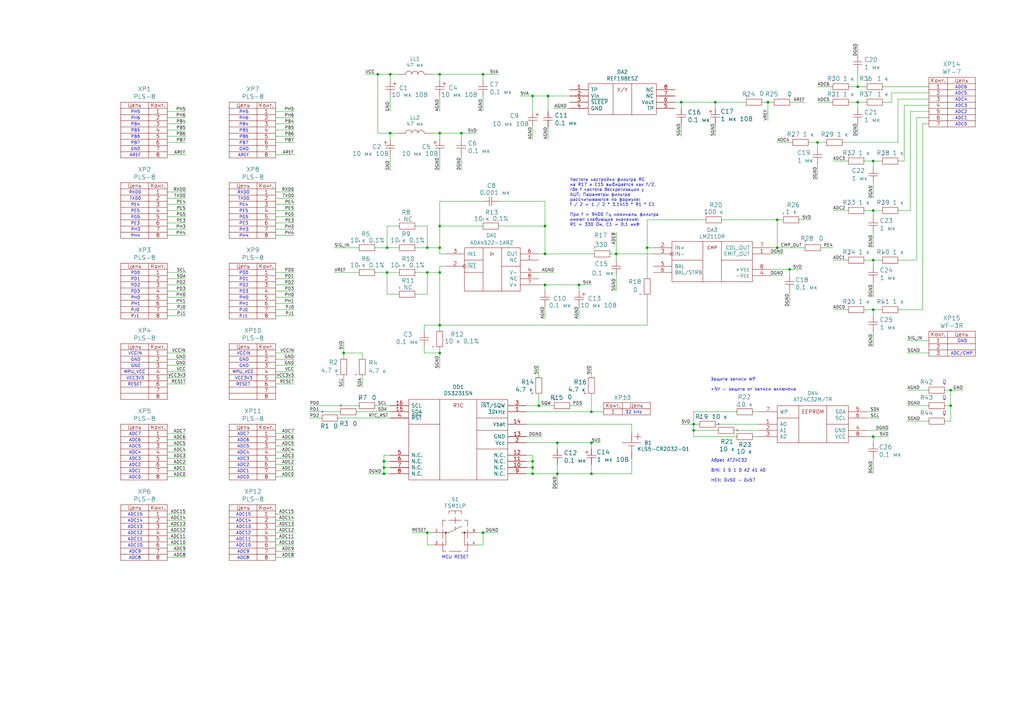
<source format=kicad_sch>
(kicad_sch (version 20250114) (generator "eeschema") (generator_version "9.0")
  (paper "A3")
  (text "ADC4" (at 97.282 186.436 0) (effects (font (size 1.27 1.27)) (justify left bottom)))
  (text "ADC3" (at 396.748 44.196 0) (effects (font (size 1.27 1.27)) (justify right bottom)))
  (text "RXD0" (at 97.282 79.756 0) (effects (font (size 1.27 1.27)) (justify left bottom)))
  (text "ADC11" (at 96.774 221.996 0) (effects (font (size 1.27 1.27)) (justify left bottom)))
  (text "ADC4" (at 396.748 41.656 0) (effects (font (size 1.27 1.27)) (justify right bottom)))
  (text "VCCIN" (at 52.578 145.796 0) (effects (font (size 1.27 1.27)) (justify left bottom)))
  (text "TXD0" (at 97.536 82.296 0) (effects (font (size 1.27 1.27)) (justify left bottom)))
  (text "ADC5" (at 396.748 39.116 0) (effects (font (size 1.27 1.27)) (justify right bottom)))
  (text "PE3" (at 53.594 92.456 0) (effects (font (size 1.27 1.27)) (justify left bottom)))
  (text "MPU_VCC" (at 50.8 153.416 0) (effects (font (size 1.27 1.27)) (justify left bottom)))
  (text "ADC7" (at 97.282 178.816 0) (effects (font (size 1.27 1.27)) (justify left bottom)))
  (text "ADC14" (at 96.774 214.376 0) (effects (font (size 1.27 1.27)) (justify left bottom)))
  (text "PB7" (at 53.594 59.436 0) (effects (font (size 1.27 1.27)) (justify left bottom)))
  (text "PH0" (at 53.594 122.936 0) (effects (font (size 1.27 1.27)) (justify left bottom)))
  (text "GND" (at 53.594 61.976 0) (effects (font (size 1.27 1.27)) (justify left bottom)))
  (text "ADC8" (at 97.282 229.616 0) (effects (font (size 1.27 1.27)) (justify left bottom)))
  (text "ADC/CMP" (at 399.034 145.796 0) (effects (font (size 1.27 1.27)) (justify right bottom)))
  (text "GND" (at 98.044 148.336 0) (effects (font (size 1.27 1.27)) (justify left bottom)))
  (text "PD1" (at 53.594 115.316 0) (effects (font (size 1.27 1.27)) (justify left bottom)))
  (text "PE4" (at 98.044 84.836 0) (effects (font (size 1.27 1.27)) (justify left bottom)))
  (text "GND" (at 53.594 150.876 0) (effects (font (size 1.27 1.27)) (justify left bottom)))
  (text "ADC11" (at 52.324 221.996 0) (effects (font (size 1.27 1.27)) (justify left bottom)))
  (text "PG5" (at 98.044 89.916 0) (effects (font (size 1.27 1.27)) (justify left bottom)))
  (text "ADC0" (at 97.282 196.596 0) (effects (font (size 1.27 1.27)) (justify left bottom)))
  (text "ADC6" (at 396.748 36.576 0) (effects (font (size 1.27 1.27)) (justify right bottom)))
  (text "ADC9" (at 52.832 227.076 0) (effects (font (size 1.27 1.27)) (justify left bottom)))
  (text "PD3" (at 53.594 120.396 0) (effects (font (size 1.27 1.27)) (justify left bottom)))
  (text "PB5" (at 98.044 54.356 0) (effects (font (size 1.27 1.27)) (justify left bottom)))
  (text "VCCIN" (at 97.028 145.796 0) (effects (font (size 1.27 1.27)) (justify left bottom)))
  (text "ADC15" (at 96.774 211.836 0) (effects (font (size 1.27 1.27)) (justify left bottom)))
  (text "ADC13" (at 52.324 216.916 0) (effects (font (size 1.27 1.27)) (justify left bottom)))
  (text "GND" (at 53.594 148.336 0) (effects (font (size 1.27 1.27)) (justify left bottom)))
  (text "ADC10" (at 52.324 224.536 0) (effects (font (size 1.27 1.27)) (justify left bottom)))
  (text "PH5" (at 53.594 46.736 0) (effects (font (size 1.27 1.27)) (justify left bottom)))
  (text "PB6" (at 53.594 56.896 0) (effects (font (size 1.27 1.27)) (justify left bottom)))
  (text "PD1" (at 98.044 115.316 0) (effects (font (size 1.27 1.27)) (justify left bottom)))
  (text "ADC6" (at 52.832 181.356 0) (effects (font (size 1.27 1.27)) (justify left bottom)))
  (text "PH4" (at 98.044 97.536 0) (effects (font (size 1.27 1.27)) (justify left bottom)))
  (text "PH6" (at 53.594 49.276 0) (effects (font (size 1.27 1.27)) (justify left bottom)))
  (text "PD2" (at 98.044 117.856 0) (effects (font (size 1.27 1.27)) (justify left bottom)))
  (text "ADC3" (at 97.282 188.976 0) (effects (font (size 1.27 1.27)) (justify left bottom)))
  (text "PB4" (at 53.594 51.816 0) (effects (font (size 1.27 1.27)) (justify left bottom)))
  (text "PH3" (at 98.044 94.996 0) (effects (font (size 1.27 1.27)) (justify left bottom)))
  (text "PH4" (at 53.594 97.536 0) (effects (font (size 1.27 1.27)) (justify left bottom)))
  (text "ADC6" (at 97.282 181.356 0) (effects (font (size 1.27 1.27)) (justify left bottom)))
  (text "ADC12" (at 96.774 219.456 0) (effects (font (size 1.27 1.27)) (justify left bottom)))
  (text "ADC10" (at 96.774 224.536 0) (effects (font (size 1.27 1.27)) (justify left bottom)))
  (text "ADC3" (at 52.832 188.976 0) (effects (font (size 1.27 1.27)) (justify left bottom)))
  (text "PH3" (at 53.594 94.996 0) (effects (font (size 1.27 1.27)) (justify left bottom)))
  (text "Адрес AT24C32\n\nBIN: 1 0 1 0 A2 A1 A0\n\nHEX: 0x50 - 0x57\n" (at 291.592 193.04 0) (effects (font (size 1.27 1.27)) (justify left)))
  (text "PJ1" (at 53.594 130.556 0) (effects (font (size 1.27 1.27)) (justify left bottom)))
  (text "ADC4" (at 52.832 186.436 0) (effects (font (size 1.27 1.27)) (justify left bottom)))
  (text "ADC0" (at 396.748 51.816 0) (effects (font (size 1.27 1.27)) (justify right bottom)))
  (text "PB4" (at 98.044 51.816 0) (effects (font (size 1.27 1.27)) (justify left bottom)))
  (text "32 kHz" (at 263.398 169.926 0) (effects (font (size 1.27 1.27)) (justify right bottom)))
  (text "ADC1" (at 396.748 49.276 0) (effects (font (size 1.27 1.27)) (justify right bottom)))
  (text "GND" (at 396.748 140.716 0) (effects (font (size 1.27 1.27)) (justify right bottom)))
  (text "ADC5" (at 97.282 183.896 0) (effects (font (size 1.27 1.27)) (justify left bottom)))
  (text "TXD0" (at 53.086 82.296 0) (effects (font (size 1.27 1.27)) (justify left bottom)))
  (text "GND" (at 98.044 61.976 0) (effects (font (size 1.27 1.27)) (justify left bottom)))
  (text "PD0" (at 53.594 112.776 0) (effects (font (size 1.27 1.27)) (justify left bottom)))
  (text "PD0" (at 98.044 112.776 0) (effects (font (size 1.27 1.27)) (justify left bottom)))
  (text "ADC1" (at 52.832 194.056 0) (effects (font (size 1.27 1.27)) (justify left bottom)))
  (text "PE5" (at 53.594 87.376 0) (effects (font (size 1.27 1.27)) (justify left bottom)))
  (text "ADC13" (at 96.774 216.916 0) (effects (font (size 1.27 1.27)) (justify left bottom)))
  (text "ADC5" (at 52.832 183.896 0) (effects (font (size 1.27 1.27)) (justify left bottom)))
  (text "Защита записи WP\n\n+5V - защита от записи включена\n\n" (at 291.338 158.75 0) (effects (font (size 1.27 1.27)) (justify left)))
  (text "ADC1" (at 97.282 194.056 0) (effects (font (size 1.27 1.27)) (justify left bottom)))
  (text "ADC8" (at 52.832 229.616 0) (effects (font (size 1.27 1.27)) (justify left bottom)))
  (text "PE3" (at 98.044 92.456 0) (effects (font (size 1.27 1.27)) (justify left bottom)))
  (text "MPU_VCC" (at 95.25 153.416 0) (effects (font (size 1.27 1.27)) (justify left bottom)))
  (text "PJ0" (at 98.044 128.016 0) (effects (font (size 1.27 1.27)) (justify left bottom)))
  (text "ADC12" (at 52.324 219.456 0) (effects (font (size 1.27 1.27)) (justify left bottom)))
  (text "ADC2" (at 52.832 191.516 0) (effects (font (size 1.27 1.27)) (justify left bottom)))
  (text "ADC2" (at 396.748 46.736 0) (effects (font (size 1.27 1.27)) (justify right bottom)))
  (text "PH6" (at 98.044 49.276 0) (effects (font (size 1.27 1.27)) (justify left bottom)))
  (text "PB6" (at 98.044 56.896 0) (effects (font (size 1.27 1.27)) (justify left bottom)))
  (text "PB5" (at 53.594 54.356 0) (effects (font (size 1.27 1.27)) (justify left bottom)))
  (text "ADC2" (at 97.282 191.516 0) (effects (font (size 1.27 1.27)) (justify left bottom)))
  (text "PE5" (at 98.044 87.376 0) (effects (font (size 1.27 1.27)) (justify left bottom)))
  (text "ADC14" (at 52.324 214.376 0) (effects (font (size 1.27 1.27)) (justify left bottom)))
  (text "PH1" (at 98.044 125.476 0) (effects (font (size 1.27 1.27)) (justify left bottom)))
  (text "RXD0" (at 52.832 79.756 0) (effects (font (size 1.27 1.27)) (justify left bottom)))
  (text "MCU RESET" (at 186.69 228.6 0) (effects (font (size 1.27 1.27))))
  (text "PJ1" (at 98.044 130.556 0) (effects (font (size 1.27 1.27)) (justify left bottom)))
  (text "ADC15" (at 52.324 211.836 0) (effects (font (size 1.27 1.27)) (justify left bottom)))
  (text "RESET" (at 52.324 158.496 0) (effects (font (size 1.27 1.27)) (justify left bottom)))
  (text "GND" (at 98.044 150.876 0) (effects (font (size 1.27 1.27)) (justify left bottom)))
  (text "AREF" (at 53.086 64.516 0) (effects (font (size 1.27 1.27)) (justify left bottom)))
  (text "ADC0" (at 52.832 196.596 0) (effects (font (size 1.27 1.27)) (justify left bottom)))
  (text "RESET" (at 96.774 158.496 0) (effects (font (size 1.27 1.27)) (justify left bottom)))
  (text "PE4" (at 53.594 84.836 0) (effects (font (size 1.27 1.27)) (justify left bottom)))
  (text "PH1" (at 53.594 125.476 0) (effects (font (size 1.27 1.27)) (justify left bottom)))
  (text "ADC9" (at 97.282 227.076 0) (effects (font (size 1.27 1.27)) (justify left bottom)))
  (text "ADC7" (at 52.832 178.816 0) (effects (font (size 1.27 1.27)) (justify left bottom)))
  (text "PJ0" (at 53.594 128.016 0) (effects (font (size 1.27 1.27)) (justify left bottom)))
  (text "Частота настройки фильтра RC\nна R17 и С15 выбирается как f/2,\nгде f частота дескретизации у\nАЦП. Параметры фильтра\nрассчитываются по формуле:\nf / 2 = 1 / 2 * 3.1415 * R1 * C1\n\nПри f = 9400 Гц номиналы фильтра\nимеют следующие значения:\nR1 = 330 Ом, С1 = 0.1 мкФ \n\n\n" (at 233.68 85.09 0) (effects (font (size 1.27 1.27)) (justify left)))
  (text "PD2" (at 53.594 117.856 0) (effects (font (size 1.27 1.27)) (justify left bottom)))
  (text "PB7" (at 98.044 59.436 0) (effects (font (size 1.27 1.27)) (justify left bottom)))
  (text "PH5" (at 98.044 46.736 0) (effects (font (size 1.27 1.27)) (justify left bottom)))
  (text "AREF" (at 97.536 64.516 0) (effects (font (size 1.27 1.27)) (justify left bottom)))
  (text "VCC3V3" (at 96.266 155.956 0) (effects (font (size 1.27 1.27)) (justify left bottom)))
  (text "PG5" (at 53.594 89.916 0) (effects (font (size 1.27 1.27)) (justify left bottom)))
  (text "PD3" (at 98.044 120.396 0) (effects (font (size 1.27 1.27)) (justify left bottom)))
  (text "VCC3V3" (at 51.816 155.956 0) (effects (font (size 1.27 1.27)) (justify left bottom)))
  (text "PH0" (at 98.044 122.936 0) (effects (font (size 1.27 1.27)) (justify left bottom)))
  (junction (at 157.48 191.77))
  (junction (at 284.48 173.99))
  (junction (at 237.49 116.84))
  (junction (at 157.48 189.23))
  (junction (at 175.26 101.6))
  (junction (at 389.89 166.37))
  (junction (at 180.34 92.71))
  (junction (at 284.48 176.53))
  (junction (at 228.6 181.61))
  (junction (at 358.14 127))
  (junction (at 158.75 101.6))
  (junction (at 189.23 54.61))
  (junction (at 140.97 144.78))
  (junction (at 160.02 54.61))
  (junction (at 175.26 218.44))
  (junction (at 223.52 104.14))
  (junction (at 175.26 111.76))
  (junction (at 293.37 41.91))
  (junction (at 358.14 106.68))
  (junction (at 242.57 181.61))
  (junction (at 335.28 58.42))
  (junction (at 160.02 30.48))
  (junction (at 358.14 86.36))
  (junction (at 323.85 110.49))
  (junction (at 252.73 104.14))
  (junction (at 154.94 30.48))
  (junction (at 358.14 179.07))
  (junction (at 180.34 101.6))
  (junction (at 314.96 41.91))
  (junction (at 318.77 101.6))
  (junction (at 351.79 35.56))
  (junction (at 180.34 144.78))
  (junction (at 242.57 194.31))
  (junction (at 218.44 191.77))
  (junction (at 180.34 30.48))
  (junction (at 180.34 133.35))
  (junction (at 180.34 54.61))
  (junction (at 265.43 101.6))
  (junction (at 220.98 166.37))
  (junction (at 218.44 194.31))
  (junction (at 389.89 160.02))
  (junction (at 242.57 168.91))
  (junction (at 198.12 30.48))
  (junction (at 351.79 41.91))
  (junction (at 218.44 39.37))
  (junction (at 223.52 92.71))
  (junction (at 157.48 194.31))
  (junction (at 318.77 90.17))
  (junction (at 218.44 189.23))
  (junction (at 228.6 194.31))
  (junction (at 224.79 39.37))
  (junction (at 223.52 116.84))
  (junction (at 180.34 111.76))
  (junction (at 279.4 41.91))
  (junction (at 358.14 66.04))
  (junction (at 198.12 218.44))
  (junction (at 158.75 111.76))
  (wire (pts (xy 180.34 133.35) (xy 173.99 133.35)))
  (wire (pts (xy 218.44 186.69) (xy 218.44 189.23)))
  (wire (pts (xy 113.03 45.72) (xy 120.65 45.72)))
  (wire (pts (xy 68.58 116.84) (xy 76.2 116.84)))
  (wire (pts (xy 279.4 41.91) (xy 279.4 44.45)))
  (wire (pts (xy 177.8 223.52) (xy 175.26 223.52)))
  (wire (pts (xy 228.6 181.61) (xy 228.6 184.15)))
  (wire (pts (xy 127 166.37) (xy 147.32 166.37)))
  (wire (pts (xy 259.08 173.99) (xy 259.08 177.8)))
  (wire (pts (xy 228.6 190.5) (xy 228.6 194.31)))
  (wire (pts (xy 160.02 54.61) (xy 162.56 54.61)))
  (wire (pts (xy 113.03 185.42) (xy 120.65 185.42)))
  (wire (pts (xy 355.6 168.91) (xy 360.68 168.91)))
  (wire (pts (xy 113.03 149.86) (xy 120.65 149.86)))
  (wire (pts (xy 218.44 39.37) (xy 213.36 39.37)))
  (wire (pts (xy 358.14 187.96) (xy 358.14 194.31)))
  (wire (pts (xy 316.23 113.03) (xy 321.31 113.03)))
  (wire (pts (xy 140.97 144.78) (xy 140.97 147.32)))
  (wire (pts (xy 198.12 223.52) (xy 198.12 218.44)))
  (wire (pts (xy 113.03 88.9) (xy 120.65 88.9)))
  (wire (pts (xy 113.03 193.04) (xy 120.65 193.04)))
  (wire (pts (xy 180.34 101.6) (xy 180.34 104.14)))
  (wire (pts (xy 68.58 78.74) (xy 76.2 78.74)))
  (wire (pts (xy 175.26 120.65) (xy 175.26 111.76)))
  (wire (pts (xy 355.6 171.45) (xy 360.68 171.45)))
  (wire (pts (xy 180.34 63.5) (xy 180.34 69.85)))
  (wire (pts (xy 113.03 55.88) (xy 120.65 55.88)))
  (wire (pts (xy 279.4 173.99) (xy 284.48 173.99)))
  (wire (pts (xy 220.98 116.84) (xy 223.52 116.84)))
  (wire (pts (xy 140.97 144.78) (xy 148.59 144.78)))
  (wire (pts (xy 381 40.64) (xy 368.3 40.64)))
  (wire (pts (xy 177.8 218.44) (xy 175.26 218.44)))
  (wire (pts (xy 389.89 160.02) (xy 394.97 160.02)))
  (wire (pts (xy 68.58 147.32) (xy 76.2 147.32)))
  (wire (pts (xy 372.11 166.37) (xy 381 166.37)))
  (wire (pts (xy 146.05 168.91) (xy 160.02 168.91)))
  (wire (pts (xy 113.03 63.5) (xy 120.65 63.5)))
  (wire (pts (xy 68.58 96.52) (xy 76.2 96.52)))
  (wire (pts (xy 218.44 191.77) (xy 218.44 194.31)))
  (wire (pts (xy 358.14 86.36) (xy 361.95 86.36)))
  (wire (pts (xy 242.57 194.31) (xy 228.6 194.31)))
  (wire (pts (xy 180.34 111.76) (xy 180.34 109.22)))
  (wire (pts (xy 182.88 109.22) (xy 180.34 109.22)))
  (wire (pts (xy 198.12 39.37) (xy 198.12 45.72)))
  (wire (pts (xy 284.48 173.99) (xy 284.48 176.53)))
  (wire (pts (xy 158.75 111.76) (xy 163.83 111.76)))
  (wire (pts (xy 316.23 101.6) (xy 318.77 101.6)))
  (wire (pts (xy 127 168.91) (xy 139.7 168.91)))
  (wire (pts (xy 368.3 40.64) (xy 368.3 58.42)))
  (wire (pts (xy 137.16 101.6) (xy 147.32 101.6)))
  (wire (pts (xy 370.84 43.18) (xy 381 43.18)))
  (wire (pts (xy 189.23 63.5) (xy 189.23 69.85)))
  (wire (pts (xy 351.79 17.78) (xy 351.79 22.86)))
  (wire (pts (xy 375.92 106.68) (xy 375.92 48.26)))
  (wire (pts (xy 228.6 194.31) (xy 228.6 200.66)))
  (wire (pts (xy 68.58 149.86) (xy 76.2 149.86)))
  (wire (pts (xy 354.33 66.04) (xy 358.14 66.04)))
  (wire (pts (xy 347.98 41.91) (xy 351.79 41.91)))
  (wire (pts (xy 228.6 181.61) (xy 242.57 181.61)))
  (wire (pts (xy 355.6 179.07) (xy 358.14 179.07)))
  (wire (pts (xy 361.95 35.56) (xy 381 35.56)))
  (wire (pts (xy 157.48 189.23) (xy 160.02 189.23)))
  (wire (pts (xy 113.03 152.4) (xy 120.65 152.4)))
  (wire (pts (xy 242.57 168.91) (xy 242.57 161.29)))
  (wire (pts (xy 358.14 74.93) (xy 358.14 81.28)))
  (wire (pts (xy 300.99 176.53) (xy 311.15 176.53)))
  (wire (pts (xy 198.12 30.48) (xy 204.47 30.48)))
  (wire (pts (xy 113.03 190.5) (xy 120.65 190.5)))
  (wire (pts (xy 68.58 50.8) (xy 76.2 50.8)))
  (wire (pts (xy 341.63 86.36) (xy 347.98 86.36)))
  (wire (pts (xy 68.58 144.78) (xy 76.2 144.78)))
  (wire (pts (xy 68.58 177.8) (xy 76.2 177.8)))
  (wire (pts (xy 180.34 54.61) (xy 180.34 57.15)))
  (wire (pts (xy 318.77 101.6) (xy 318.77 90.17)))
  (wire (pts (xy 223.52 104.14) (xy 243.84 104.14)))
  (wire (pts (xy 365.76 38.1) (xy 365.76 41.91)))
  (wire (pts (xy 113.03 50.8) (xy 120.65 50.8)))
  (wire (pts (xy 113.03 96.52) (xy 120.65 96.52)))
  (wire (pts (xy 358.14 66.04) (xy 361.95 66.04)))
  (wire (pts (xy 113.03 127) (xy 120.65 127)))
  (wire (pts (xy 175.26 92.71) (xy 175.26 101.6)))
  (wire (pts (xy 314.96 41.91) (xy 314.96 49.53)))
  (wire (pts (xy 170.18 92.71) (xy 175.26 92.71)))
  (wire (pts (xy 358.14 115.57) (xy 358.14 121.92)))
  (wire (pts (xy 242.57 190.5) (xy 242.57 194.31)))
  (wire (pts (xy 68.58 213.36) (xy 76.2 213.36)))
  (wire (pts (xy 365.76 38.1) (xy 381 38.1)))
  (wire (pts (xy 113.03 111.76) (xy 120.65 111.76)))
  (wire (pts (xy 180.34 104.14) (xy 182.88 104.14)))
  (wire (pts (xy 180.34 54.61) (xy 189.23 54.61)))
  (wire (pts (xy 318.77 101.6) (xy 330.2 101.6)))
  (wire (pts (xy 113.03 180.34) (xy 120.65 180.34)))
  (wire (pts (xy 68.58 193.04) (xy 76.2 193.04)))
  (wire (pts (xy 138.43 171.45) (xy 160.02 171.45)))
  (wire (pts (xy 215.9 179.07) (xy 222.25 179.07)))
  (wire (pts (xy 68.58 228.6) (xy 76.2 228.6)))
  (wire (pts (xy 336.55 101.6) (xy 341.63 101.6)))
  (wire (pts (xy 351.79 41.91) (xy 355.6 41.91)))
  (wire (pts (xy 140.97 153.67) (xy 140.97 158.75)))
  (wire (pts (xy 189.23 54.61) (xy 189.23 57.15)))
  (wire (pts (xy 157.48 189.23) (xy 157.48 191.77)))
  (wire (pts (xy 308.61 179.07) (xy 311.15 179.07)))
  (wire (pts (xy 215.9 189.23) (xy 218.44 189.23)))
  (wire (pts (xy 279.4 50.8) (xy 279.4 55.88)))
  (wire (pts (xy 157.48 191.77) (xy 160.02 191.77)))
  (wire (pts (xy 387.35 160.02) (xy 389.89 160.02)))
  (wire (pts (xy 358.14 95.25) (xy 358.14 101.6)))
  (wire (pts (xy 314.96 41.91) (xy 317.5 41.91)))
  (wire (pts (xy 358.14 106.68) (xy 358.14 109.22)))
  (wire (pts (xy 175.26 218.44) (xy 168.91 218.44)))
  (wire (pts (xy 170.18 120.65) (xy 175.26 120.65)))
  (wire (pts (xy 113.03 116.84) (xy 120.65 116.84)))
  (wire (pts (xy 252.73 95.25) (xy 252.73 104.14)))
  (wire (pts (xy 68.58 210.82) (xy 76.2 210.82)))
  (wire (pts (xy 354.33 127) (xy 358.14 127)))
  (wire (pts (xy 223.52 82.55) (xy 223.52 92.71)))
  (wire (pts (xy 279.4 41.91) (xy 293.37 41.91)))
  (wire (pts (xy 175.26 111.76) (xy 180.34 111.76)))
  (wire (pts (xy 242.57 116.84) (xy 237.49 116.84)))
  (wire (pts (xy 242.57 194.31) (xy 259.08 194.31)))
  (wire (pts (xy 68.58 127) (xy 76.2 127)))
  (wire (pts (xy 113.03 182.88) (xy 120.65 182.88)))
  (wire (pts (xy 323.85 41.91) (xy 330.2 41.91)))
  (wire (pts (xy 218.44 194.31) (xy 228.6 194.31)))
  (wire (pts (xy 180.34 144.78) (xy 180.34 151.13)))
  (wire (pts (xy 113.03 195.58) (xy 120.65 195.58)))
  (wire (pts (xy 368.3 86.36) (xy 373.38 86.36)))
  (wire (pts (xy 316.23 110.49) (xy 323.85 110.49)))
  (wire (pts (xy 252.73 113.03) (xy 252.73 119.38)))
  (wire (pts (xy 68.58 58.42) (xy 76.2 58.42)))
  (wire (pts (xy 389.89 166.37) (xy 389.89 160.02)))
  (wire (pts (xy 372.11 160.02) (xy 381 160.02)))
  (wire (pts (xy 293.37 50.8) (xy 293.37 55.88)))
  (wire (pts (xy 223.52 116.84) (xy 237.49 116.84)))
  (wire (pts (xy 265.43 101.6) (xy 267.97 101.6)))
  (wire (pts (xy 180.34 30.48) (xy 177.8 30.48)))
  (wire (pts (xy 68.58 180.34) (xy 76.2 180.34)))
  (wire (pts (xy 284.48 168.91) (xy 284.48 173.99)))
  (wire (pts (xy 160.02 30.48) (xy 160.02 33.02)))
  (wire (pts (xy 180.34 133.35) (xy 265.43 133.35)))
  (wire (pts (xy 345.44 58.42) (xy 368.3 58.42)))
  (wire (pts (xy 68.58 55.88) (xy 76.2 55.88)))
  (wire (pts (xy 149.86 30.48) (xy 154.94 30.48)))
  (wire (pts (xy 293.37 173.99) (xy 311.15 173.99)))
  (wire (pts (xy 204.47 82.55) (xy 223.52 82.55)))
  (wire (pts (xy 68.58 218.44) (xy 76.2 218.44)))
  (wire (pts (xy 224.79 52.07) (xy 224.79 57.15)))
  (wire (pts (xy 68.58 195.58) (xy 76.2 195.58)))
  (wire (pts (xy 358.14 127) (xy 361.95 127)))
  (wire (pts (xy 237.49 125.73) (xy 237.49 130.81)))
  (wire (pts (xy 335.28 41.91) (xy 341.63 41.91)))
  (wire (pts (xy 68.58 81.28) (xy 76.2 81.28)))
  (wire (pts (xy 154.94 54.61) (xy 160.02 54.61)))
  (wire (pts (xy 180.34 142.24) (xy 180.34 144.78)))
  (wire (pts (xy 341.63 127) (xy 347.98 127)))
  (wire (pts (xy 68.58 93.98) (xy 76.2 93.98)))
  (wire (pts (xy 368.3 66.04) (xy 370.84 66.04)))
  (wire (pts (xy 318.77 58.42) (xy 325.12 58.42)))
  (wire (pts (xy 189.23 54.61) (xy 195.58 54.61)))
  (wire (pts (xy 68.58 63.5) (xy 76.2 63.5)))
  (wire (pts (xy 113.03 177.8) (xy 120.65 177.8)))
  (wire (pts (xy 389.89 172.72) (xy 387.35 172.72)))
  (wire (pts (xy 323.85 119.38) (xy 323.85 125.73)))
  (wire (pts (xy 113.03 114.3) (xy 120.65 114.3)))
  (wire (pts (xy 220.98 166.37) (xy 220.98 161.29)))
  (wire (pts (xy 381 45.72) (xy 373.38 45.72)))
  (wire (pts (xy 113.03 157.48) (xy 120.65 157.48)))
  (wire (pts (xy 180.34 54.61) (xy 177.8 54.61)))
  (wire (pts (xy 68.58 83.82) (xy 76.2 83.82)))
  (wire (pts (xy 259.08 194.31) (xy 259.08 187.96)))
  (wire (pts (xy 265.43 101.6) (xy 265.43 114.3)))
  (wire (pts (xy 215.9 166.37) (xy 220.98 166.37)))
  (wire (pts (xy 153.67 101.6) (xy 158.75 101.6)))
  (wire (pts (xy 233.68 44.45) (xy 227.33 44.45)))
  (wire (pts (xy 68.58 226.06) (xy 76.2 226.06)))
  (wire (pts (xy 68.58 190.5) (xy 76.2 190.5)))
  (wire (pts (xy 175.26 101.6) (xy 180.34 101.6)))
  (wire (pts (xy 198.12 30.48) (xy 198.12 33.02)))
  (wire (pts (xy 370.84 66.04) (xy 370.84 43.18)))
  (wire (pts (xy 180.34 111.76) (xy 180.34 133.35)))
  (wire (pts (xy 113.03 124.46) (xy 120.65 124.46)))
  (wire (pts (xy 113.03 129.54) (xy 120.65 129.54)))
  (wire (pts (xy 387.35 166.37) (xy 389.89 166.37)))
  (wire (pts (xy 170.18 111.76) (xy 175.26 111.76)))
  (wire (pts (xy 68.58 53.34) (xy 76.2 53.34)))
  (wire (pts (xy 148.59 153.67) (xy 148.59 158.75)))
  (wire (pts (xy 358.14 66.04) (xy 358.14 68.58)))
  (wire (pts (xy 157.48 194.31) (xy 160.02 194.31)))
  (wire (pts (xy 113.03 228.6) (xy 120.65 228.6)))
  (wire (pts (xy 158.75 111.76) (xy 158.75 120.65)))
  (wire (pts (xy 180.34 82.55) (xy 180.34 92.71)))
  (wire (pts (xy 373.38 45.72) (xy 373.38 86.36)))
  (wire (pts (xy 157.48 186.69) (xy 157.48 189.23)))
  (wire (pts (xy 252.73 104.14) (xy 267.97 104.14)))
  (wire (pts (xy 351.79 29.21) (xy 351.79 35.56)))
  (wire (pts (xy 287.02 173.99) (xy 284.48 173.99)))
  (wire (pts (xy 113.03 93.98) (xy 120.65 93.98)))
  (wire (pts (xy 68.58 129.54) (xy 76.2 129.54)))
  (wire (pts (xy 215.9 186.69) (xy 218.44 186.69)))
  (wire (pts (xy 154.94 30.48) (xy 154.94 54.61)))
  (wire (pts (xy 113.03 223.52) (xy 120.65 223.52)))
  (wire (pts (xy 160.02 54.61) (xy 160.02 57.15)))
  (wire (pts (xy 265.43 90.17) (xy 265.43 101.6)))
  (wire (pts (xy 113.03 81.28) (xy 120.65 81.28)))
  (wire (pts (xy 113.03 187.96) (xy 120.65 187.96)))
  (wire (pts (xy 335.28 35.56) (xy 341.63 35.56)))
  (wire (pts (xy 358.14 179.07) (xy 358.14 181.61)))
  (wire (pts (xy 68.58 187.96) (xy 76.2 187.96)))
  (wire (pts (xy 154.94 30.48) (xy 160.02 30.48)))
  (wire (pts (xy 224.79 45.72) (xy 224.79 39.37)))
  (wire (pts (xy 68.58 152.4) (xy 76.2 152.4)))
  (wire (pts (xy 198.12 218.44) (xy 204.47 218.44)))
  (wire (pts (xy 153.67 166.37) (xy 160.02 166.37)))
  (wire (pts (xy 68.58 157.48) (xy 76.2 157.48)))
  (wire (pts (xy 233.68 166.37) (xy 238.76 166.37)))
  (wire (pts (xy 358.14 106.68) (xy 361.95 106.68)))
  (wire (pts (xy 223.52 125.73) (xy 223.52 130.81)))
  (wire (pts (xy 113.03 147.32) (xy 120.65 147.32)))
  (wire (pts (xy 354.33 86.36) (xy 358.14 86.36)))
  (wire (pts (xy 180.34 92.71) (xy 198.12 92.71)))
  (wire (pts (xy 323.85 110.49) (xy 328.93 110.49)))
  (wire (pts (xy 323.85 110.49) (xy 323.85 113.03)))
  (wire (pts (xy 215.9 191.77) (xy 218.44 191.77)))
  (wire (pts (xy 173.99 144.78) (xy 180.34 144.78)))
  (wire (pts (xy 242.57 181.61) (xy 242.57 184.15)))
  (wire (pts (xy 252.73 106.68) (xy 252.73 104.14)))
  (wire (pts (xy 252.73 104.14) (xy 250.19 104.14)))
  (wire (pts (xy 215.9 194.31) (xy 218.44 194.31)))
  (wire (pts (xy 198.12 82.55) (xy 180.34 82.55)))
  (wire (pts (xy 160.02 186.69) (xy 157.48 186.69)))
  (wire (pts (xy 140.97 139.7) (xy 140.97 144.78)))
  (wire (pts (xy 175.26 223.52) (xy 175.26 218.44)))
  (wire (pts (xy 113.03 86.36) (xy 120.65 86.36)))
  (wire (pts (xy 113.03 220.98) (xy 120.65 220.98)))
  (wire (pts (xy 151.13 194.31) (xy 157.48 194.31)))
  (wire (pts (xy 381 139.7) (xy 372.11 139.7)))
  (wire (pts (xy 180.34 39.37) (xy 180.34 45.72)))
  (wire (pts (xy 158.75 92.71) (xy 163.83 92.71)))
  (wire (pts (xy 68.58 182.88) (xy 76.2 182.88)))
  (wire (pts (xy 220.98 104.14) (xy 223.52 104.14)))
  (wire (pts (xy 113.03 218.44) (xy 120.65 218.44)))
  (wire (pts (xy 284.48 176.53) (xy 294.64 176.53)))
  (wire (pts (xy 180.34 101.6) (xy 180.34 92.71)))
  (wire (pts (xy 368.3 127) (xy 378.46 127)))
  (wire (pts (xy 113.03 210.82) (xy 120.65 210.82)))
  (wire (pts (xy 347.98 35.56) (xy 351.79 35.56)))
  (wire (pts (xy 68.58 124.46) (xy 76.2 124.46)))
  (wire (pts (xy 127 171.45) (xy 132.08 171.45)))
  (wire (pts (xy 220.98 149.86) (xy 220.98 154.94)))
  (wire (pts (xy 173.99 133.35) (xy 173.99 135.89)))
  (wire (pts (xy 68.58 121.92) (xy 76.2 121.92)))
  (wire (pts (xy 68.58 45.72) (xy 76.2 45.72)))
  (wire (pts (xy 316.23 104.14) (xy 321.31 104.14)))
  (wire (pts (xy 68.58 111.76) (xy 76.2 111.76)))
  (wire (pts (xy 224.79 39.37) (xy 233.68 39.37)))
  (wire (pts (xy 218.44 45.72) (xy 218.44 39.37)))
  (wire (pts (xy 113.03 53.34) (xy 120.65 53.34)))
  (wire (pts (xy 302.26 168.91) (xy 284.48 168.91)))
  (wire (pts (xy 68.58 154.94) (xy 76.2 154.94)))
  (wire (pts (xy 113.03 154.94) (xy 120.65 154.94)))
  (wire (pts (xy 113.03 226.06) (xy 120.65 226.06)))
  (wire (pts (xy 358.14 127) (xy 358.14 129.54)))
  (wire (pts (xy 242.57 149.86) (xy 242.57 154.94)))
  (wire (pts (xy 247.65 168.91) (xy 242.57 168.91)))
  (wire (pts (xy 68.58 223.52) (xy 76.2 223.52)))
  (wire (pts (xy 220.98 111.76) (xy 227.33 111.76)))
  (wire (pts (xy 335.28 58.42) (xy 339.09 58.42)))
  (wire (pts (xy 215.9 173.99) (xy 259.08 173.99)))
  (wire (pts (xy 170.18 101.6) (xy 175.26 101.6)))
  (wire (pts (xy 68.58 119.38) (xy 76.2 119.38)))
  (wire (pts (xy 195.58 218.44) (xy 198.12 218.44)))
  (wire (pts (xy 341.63 106.68) (xy 347.98 106.68)))
  (wire (pts (xy 331.47 58.42) (xy 335.28 58.42)))
  (wire (pts (xy 354.33 106.68) (xy 358.14 106.68)))
  (wire (pts (xy 242.57 181.61) (xy 246.38 181.61)))
  (wire (pts (xy 204.47 92.71) (xy 223.52 92.71)))
  (wire (pts (xy 293.37 41.91) (xy 306.07 41.91)))
  (wire (pts (xy 218.44 39.37) (xy 224.79 39.37)))
  (wire (pts (xy 68.58 220.98) (xy 76.2 220.98)))
  (wire (pts (xy 335.28 58.42) (xy 335.28 60.96)))
  (wire (pts (xy 113.03 58.42) (xy 120.65 58.42)))
  (wire (pts (xy 381 144.78) (xy 372.11 144.78)))
  (wire (pts (xy 312.42 41.91) (xy 314.96 41.91)))
  (wire (pts (xy 368.3 106.68) (xy 375.92 106.68)))
  (wire (pts (xy 68.58 114.3) (xy 76.2 114.3)))
  (wire (pts (xy 68.58 48.26) (xy 76.2 48.26)))
  (wire (pts (xy 335.28 67.31) (xy 335.28 73.66)))
  (wire (pts (xy 265.43 90.17) (xy 289.56 90.17)))
  (wire (pts (xy 157.48 191.77) (xy 157.48 194.31)))
  (wire (pts (xy 160.02 30.48) (xy 162.56 30.48)))
  (wire (pts (xy 148.59 144.78) (xy 148.59 147.32)))
  (wire (pts (xy 160.02 63.5) (xy 160.02 69.85)))
  (wire (pts (xy 265.43 133.35) (xy 265.43 120.65)))
  (wire (pts (xy 372.11 172.72) (xy 381 172.72)))
  (wire (pts (xy 276.86 41.91) (xy 279.4 41.91)))
  (wire (pts (xy 160.02 39.37) (xy 160.02 45.72)))
  (wire (pts (xy 284.48 176.53) (xy 284.48 179.07)))
  (wire (pts (xy 308.61 168.91) (xy 311.15 168.91)))
  (wire (pts (xy 173.99 142.24) (xy 173.99 144.78)))
  (wire (pts (xy 113.03 121.92) (xy 120.65 121.92)))
  (wire (pts (xy 341.63 66.04) (xy 347.98 66.04)))
  (wire (pts (xy 113.03 119.38) (xy 120.65 119.38)))
  (wire (pts (xy 358.14 135.89) (xy 358.14 142.24)))
  (wire (pts (xy 68.58 86.36) (xy 76.2 86.36)))
  (wire (pts (xy 223.52 119.38) (xy 223.52 116.84)))
  (wire (pts (xy 355.6 176.53) (xy 364.49 176.53)))
  (wire (pts (xy 113.03 215.9) (xy 120.65 215.9)))
  (wire (pts (xy 68.58 91.44) (xy 76.2 91.44)))
  (wire (pts (xy 220.98 166.37) (xy 227.33 166.37)))
  (wire (pts (xy 68.58 215.9) (xy 76.2 215.9)))
  (wire (pts (xy 218.44 189.23) (xy 218.44 191.77)))
  (wire (pts (xy 113.03 48.26) (xy 120.65 48.26)))
  (wire (pts (xy 113.03 144.78) (xy 120.65 144.78)))
  (wire (pts (xy 375.92 48.26) (xy 381 48.26)))
  (wire (pts (xy 351.79 50.8) (xy 351.79 55.88)))
  (wire (pts (xy 180.34 133.35) (xy 180.34 135.89)))
  (wire (pts (xy 327.66 90.17) (xy 332.74 90.17)))
  (wire (pts (xy 68.58 88.9) (xy 76.2 88.9)))
  (wire (pts (xy 113.03 78.74) (xy 120.65 78.74)))
  (wire (pts (xy 358.14 86.36) (xy 358.14 88.9)))
  (wire (pts (xy 218.44 52.07) (xy 218.44 57.15)))
  (wire (pts (xy 223.52 92.71) (xy 223.52 104.14)))
  (wire (pts (xy 237.49 119.38) (xy 237.49 116.84)))
  (wire (pts (xy 302.26 179.07) (xy 284.48 179.07)))
  (wire (pts (xy 68.58 185.42) (xy 76.2 185.42)))
  (wire (pts (xy 113.03 213.36) (xy 120.65 213.36)))
  (wire (pts (xy 351.79 41.91) (xy 351.79 44.45)))
  (wire (pts (xy 318.77 90.17) (xy 295.91 90.17)))
  (wire (pts (xy 158.75 101.6) (xy 163.83 101.6)))
  (wire (pts (xy 378.46 50.8) (xy 381 50.8)))
  (wire (pts (xy 378.46 127) (xy 378.46 50.8)))
  (wire (pts (xy 361.95 41.91) (xy 365.76 41.91)))
  (wire (pts (xy 195.58 223.52) (xy 198.12 223.52)))
  (wire (pts (xy 180.34 30.48) (xy 180.34 33.02)))
  (wire (pts (xy 318.77 90.17) (xy 321.31 90.17)))
  (wire (pts (xy 351.79 35.56) (xy 355.6 35.56)))
  (wire (pts (xy 158.75 120.65) (xy 163.83 120.65)))
  (wire (pts (xy 137.16 111.76) (xy 147.32 111.76)))
  (wire (pts (xy 180.34 30.48) (xy 198.12 30.48)))
  (wire (pts (xy 113.03 83.82) (xy 120.65 83.82)))
  (wire (pts (xy 215.9 168.91) (xy 242.57 168.91)))
  (wire (pts (xy 293.37 41.91) (xy 293.37 44.45)))
  (wire (pts (xy 153.67 111.76) (xy 158.75 111.76)))
  (wire (pts (xy 158.75 101.6) (xy 158.75 92.71)))
  (wire (pts (xy 113.03 91.44) (xy 120.65 91.44)))
  (wire (pts (xy 358.14 179.07) (xy 364.49 179.07)))
  (wire (pts (xy 215.9 181.61) (xy 228.6 181.61)))
  (wire (pts (xy 389.89 166.37) (xy 389.89 172.72)))
  (label "PD0" (at 120.65 111.76 180))
  (label "GND" (at 76.2 147.32 180))
  (label "PH0" (at 76.2 121.92 180))
  (label "PH6" (at 120.65 48.26 180))
  (label "GND" (at 160.02 45.72 90))
  (label "AREF" (at 120.65 63.5 180))
  (label "ADC0" (at 120.65 195.58 180))
  (label "SGND" (at 279.4 55.88 90))
  (label "5VD" (at 279.4 173.99 0))
  (label "DGND" (at 323.85 125.73 90))
  (label "ADC6" (at 120.65 180.34 180))
  (label "PE3" (at 76.2 91.44 180))
  (label "ADC9" (at 120.65 226.06 180))
  (label "SGND" (at 372.11 172.72 0))
  (label "DGND" (at 228.6 200.66 90))
  (label "DGND" (at 372.11 166.37 0))
  (label "AGND" (at 372.11 160.02 0))
  (label "SCL" (at 154.94 166.37 0))
  (label "DGND" (at 351.79 17.78 270))
  (label "VCCIN" (at 120.65 144.78 180))
  (label "SGND" (at 252.73 119.38 90))
  (label "DGND" (at 151.13 194.31 0))
  (label "VREF" (at 314.96 49.53 90))
  (label "5VA" (at 242.57 116.84 180))
  (label "PE3" (at 120.65 91.44 180))
  (label "ADC5" (at 76.2 182.88 180))
  (label "PB6" (at 120.65 55.88 180))
  (label "DGND" (at 358.14 101.6 90))
  (label "PH3" (at 76.2 93.98 180))
  (label "DGND" (at 364.49 176.53 180))
  (label "SDA" (at 76.2 114.3 180))
  (label "VCC" (at 76.2 152.4 180))
  (label "ADC4" (at 318.77 58.42 0))
  (label "ADC2" (at 120.65 190.5 180))
  (label "GND" (at 76.2 149.86 180))
  (label "PD3" (at 238.76 166.37 180))
  (label "PJ0" (at 120.65 127 180))
  (label "AGND" (at 237.49 130.81 90))
  (label "PJ0" (at 76.2 127 180))
  (label "DGND" (at 222.25 179.07 180))
  (label "ADC6" (at 335.28 35.56 0))
  (label "ADC1" (at 341.63 106.68 0))
  (label "5VD" (at 332.74 90.17 180))
  (label "VREF" (at 137.16 111.76 0))
  (label "DGND" (at 358.14 142.24 90))
  (label "SIG_IN" (at 137.16 101.6 0))
  (label "PH1" (at 76.2 124.46 180))
  (label "PB4" (at 120.65 50.8 180))
  (label "SIG_IN" (at 372.11 139.7 0))
  (label "PD3" (at 76.2 119.38 180))
  (label "TXD0" (at 120.65 81.28 180))
  (label "5VD" (at 220.98 149.86 270))
  (label "RESET" (at 76.2 157.48 180))
  (label "ADC7" (at 76.2 177.8 180))
  (label "PJ1" (at 120.65 129.54 180))
  (label "SDA" (at 148.59 158.75 90))
  (label "DGND" (at 351.79 55.88 90))
  (label "PD2" (at 120.65 116.84 180))
  (label "RESET" (at 168.91 218.44 0))
  (label "ADC8" (at 76.2 228.6 180))
  (label "PH1" (at 120.65 124.46 180))
  (label "PE4" (at 76.2 83.82 180))
  (label "ADC5" (at 120.65 182.88 180))
  (label "SCL" (at 360.68 171.45 180))
  (label "AREF" (at 76.2 63.5 180))
  (label "VCCIN" (at 76.2 144.78 180))
  (label "SGND" (at 293.37 55.88 90))
  (label "PG5" (at 120.65 88.9 180))
  (label "PH4" (at 76.2 96.52 180))
  (label "PJ1" (at 76.2 129.54 180))
  (label "GND" (at 160.02 69.85 90))
  (label "AGND" (at 224.79 57.15 90))
  (label "PE4" (at 120.65 83.82 180))
  (label "ADC10" (at 120.65 223.52 180))
  (label "PB7" (at 120.65 58.42 180))
  (label "DGND" (at 358.14 194.31 90))
  (label "PH5" (at 76.2 45.72 180))
  (label "CMP_OUT" (at 328.93 101.6 180))
  (label "ADC15" (at 120.65 210.82 180))
  (label "PD0" (at 127 166.37 0))
  (label "ADC0" (at 341.63 127 0))
  (label "ADC10" (at 76.2 223.52 180))
  (label "ADC7" (at 120.65 177.8 180))
  (label "SQW" (at 226.06 166.37 180))
  (label "DGND" (at 204.47 218.44 180))
  (label "ADC13" (at 120.65 215.9 180))
  (label "SDA" (at 154.94 168.91 0))
  (label "PD1" (at 127 168.91 0))
  (label "ADC5" (at 335.28 41.91 0))
  (label "ADC14" (at 120.65 213.36 180))
  (label "5VD" (at 195.58 54.61 180))
  (label "ADC12" (at 76.2 218.44 180))
  (label "ADC3" (at 76.2 187.96 180))
  (label "AREF" (at 330.2 41.91 180))
  (label "DGND" (at 358.14 81.28 90))
  (label "AGND" (at 198.12 45.72 90))
  (label "GND" (at 120.65 147.32 180))
  (label "ADC2" (at 76.2 190.5 180))
  (label "GND" (at 394.97 160.02 180))
  (label "ADC8" (at 252.73 95.25 270))
  (label "5VD" (at 328.93 110.49 180))
  (label "PB4" (at 76.2 50.8 180))
  (label "RESET" (at 120.65 157.48 180))
  (label "AGND" (at 218.44 57.15 90))
  (label "ADC13" (at 76.2 215.9 180))
  (label "ADC14" (at 76.2 213.36 180))
  (label "SGND" (at 180.34 151.13 90))
  (label "SCL" (at 76.2 111.76 180))
  (label "PB7" (at 76.2 58.42 180))
  (label "TXD0" (at 76.2 81.28 180))
  (label "PB5" (at 120.65 53.34 180))
  (label "5VA" (at 204.47 30.48 180))
  (label "VCC" (at 120.65 152.4 180))
  (label "ADC11" (at 76.2 220.98 180))
  (label "ADC8" (at 120.65 228.6 180))
  (label "ADC15" (at 76.2 210.82 180))
  (label "SDA" (at 360.68 168.91 180))
  (label "PD2" (at 76.2 116.84 180))
  (label "ADC11" (at 120.65 220.98 180))
  (label "ADC2" (at 341.63 86.36 0))
  (label "PD3" (at 120.65 119.38 180))
  (label "PE5" (at 120.65 86.36 180))
  (label "5VD" (at 140.97 139.7 270))
  (label "5VD" (at 246.38 181.61 180))
  (label "DGND" (at 180.34 69.85 90))
  (label "PG5" (at 76.2 88.9 180))
  (label "VCC3V3" (at 120.65 154.94 180))
  (label "PH3" (at 120.65 93.98 180))
  (label "ADC12" (at 120.65 218.44 180))
  (label "ADC0" (at 76.2 195.58 180))
  (label "DGND" (at 335.28 73.66 90))
  (label "DGND" (at 358.14 121.92 90))
  (label "5VD" (at 364.49 179.07 180))
  (label "ADC9" (at 76.2 226.06 180))
  (label "5VD" (at 242.57 149.86 270))
  (label "ADC1" (at 76.2 193.04 180))
  (label "ADC3" (at 120.65 187.96 180))
  (label "AGND" (at 227.33 111.76 180))
  (label "ADC3" (at 341.63 66.04 0))
  (label "PD1" (at 120.65 114.3 180))
  (label "DGND" (at 189.23 69.85 90))
  (label "PE5" (at 76.2 86.36 180))
  (label "AGND" (at 227.33 44.45 0))
  (label "SCL" (at 140.97 158.75 90))
  (label "PH0" (at 120.65 121.92 180))
  (label "AGND" (at 223.52 130.81 90))
  (label "PB5" (at 76.2 53.34 180))
  (label "GND" (at 120.65 149.86 180))
  (label "RXD0" (at 120.65 78.74 180))
  (label "PH5" (at 120.65 45.72 180))
  (label "PD2" (at 127 171.45 0))
  (label "ADC6" (at 76.2 180.34 180))
  (label "SGND" (at 372.11 144.78 0))
  (label "5VA" (at 213.36 39.37 0))
  (label "VCC3V3" (at 76.2 154.94 180))
  (label "AGND" (at 180.34 45.72 90))
  (label "DGND" (at 321.31 104.14 180))
  (label "PH6" (at 76.2 48.26 180))
  (label "PE4" (at 341.63 101.6 180))
  (label "PB6" (at 76.2 55.88 180))
  (label "RTC_RST" (at 151.13 171.45 0))
  (label "VCC" (at 149.86 30.48 0))
  (label "RXD0" (at 76.2 78.74 180))
  (label "ADC1" (at 120.65 193.04 180))
  (label "ADC4" (at 120.65 185.42 180))
  (label "PH4" (at 120.65 96.52 180))
  (label "DGND" (at 321.31 113.03 180))
  (label "ADC4" (at 76.2 185.42 180))
  (symbol (lib_id "LFcomponents:LM211") (at 275.59 99.06 0) (unit 1)
    (property "Reference" "DA3" (at 292.1 94.3102 0) (effects (font (size 1.524 1.524))))
    (property "Value" "LM211DR" (at 292.1 97.0026 0) (effects (font (size 1.524 1.524))))
    (property "Footprint" "IWsmd_case:SOIC8" (effects (hide yes)))
  )
  (symbol (lib_id "LFcapitors:CAPITORS") (at 323.85 113.03 270) (unit 1)
    (property "Reference" "C18" (at 326.136 114.808 90) (effects (font (size 1.8034 1.8034)) (justify left)))
    (property "Value" "0.1 мк" (at 326.136 117.856 90) (effects (font (size 1.8034 1.8034)) (justify left)))
    (property "Footprint" "IWsmd_case:SMD0805" (effects (hide yes)))
  )
  (symbol (lib_id "LFresistor:RESISTOR") (at 180.34 135.89 270) (unit 1)
    (property "Reference" "R12" (at 190.246 137.16 90) (effects (font (size 1.8034 1.8034)) (justify right)))
    (property "Value" "10 к 0.1%" (at 196.596 139.954 90) (effects (font (size 1.8034 1.8034)) (justify right)))
    (property "Footprint" "IWsmd_case:SMD0805" (effects (hide yes)))
    (property "Datasheet" "~" (at 178.3588 142.1892 90) (effects (font (size 1.524 1.524)) (justify right)))
  )
  (symbol (lib_id "LFresistor:RESISTOR") (at 170.18 101.6 180) (unit 1)
    (property "Reference" "R9" (at 164.592 96.012 0) (effects (font (size 1.8034 1.8034)) (justify right)))
    (property "Value" "10 к 0.1%" (at 160.02 98.552 0) (effects (font (size 1.8034 1.8034)) (justify right)))
    (property "Footprint" "IWsmd_case:SMD0805" (effects (hide yes)))
    (property "Datasheet" "~" (at 163.8808 99.6188 90) (effects (font (size 1.524 1.524)) (justify right)))
  )
  (symbol (lib_id "LFcapitors:CAPITORS") (at 252.73 106.68 90) (mirror x) (unit 1)
    (property "Reference" "C15" (at 249.428 108.204 90) (effects (font (size 1.8034 1.8034)) (justify left)))
    (property "Value" "0.1 мк" (at 251.968 112.014 90) (effects (font (size 1.8034 1.8034)) (justify left)))
    (property "Footprint" "IWsmd_case:SMD0805" (effects (hide yes)))
  )
  (symbol (lib_id "LFresistor:RESISTOR") (at 250.19 104.14 180) (unit 1)
    (property "Reference" "R17" (at 243.586 96.52 0) (effects (font (size 1.8034 1.8034)) (justify right)))
    (property "Value" "330" (at 243.84 100.33 0) (effects (font (size 1.8034 1.8034)) (justify right)))
    (property "Footprint" "IWsmd_case:SMD0805" (effects (hide yes)))
    (property "Datasheet" "~" (at 243.8908 102.1588 90) (effects (font (size 1.524 1.524)) (justify right)))
  )
  (symbol (lib_id "LFcapitors:CAPITORS") (at 279.4 44.45 270) (unit 1)
    (property "Reference" "C16" (at 282.0162 46.0502 90) (effects (font (size 1.8034 1.8034)) (justify left)))
    (property "Value" "0.1 мк" (at 282.0162 49.1744 90) (effects (font (size 1.8034 1.8034)) (justify left)))
    (property "Footprint" "IWsmd_case:SMD0805" (effects (hide yes)))
  )
  (symbol (lib_id "LFcapitors:CAPITORS") (at 224.79 45.72 270) (unit 1)
    (property "Reference" "C11" (at 227.4062 47.3202 90) (effects (font (size 1.8034 1.8034)) (justify left)))
    (property "Value" "0.1 мк" (at 227.4062 50.4444 90) (effects (font (size 1.8034 1.8034)) (justify left)))
    (property "Footprint" "IWsmd_case:SMD0805" (effects (hide yes)))
  )
  (symbol (lib_id "LFresistor:RESISTOR") (at 295.91 90.17 180) (unit 1)
    (property "Reference" "R20" (at 290.83 84.074 0) (effects (font (size 1.8034 1.8034)) (justify right)))
    (property "Value" "100 к" (at 288.544 86.868 0) (effects (font (size 1.8034 1.8034)) (justify right)))
    (property "Footprint" "IWsmd_case:SMD0805" (effects (hide yes)))
    (property "Datasheet" "~" (at 289.6108 88.1888 90) (effects (font (size 1.524 1.524)) (justify right)))
  )
  (symbol (lib_id "LFcomponents:REF19x") (at 241.3 34.29 0) (unit 1)
    (property "Reference" "DA2" (at 255.27 29.5402 0) (effects (font (size 1.524 1.524))))
    (property "Value" "REF198ESZ" (at 255.27 32.2326 0) (effects (font (size 1.524 1.524))))
    (property "Footprint" "IWsmd_case:SOIC8" (effects (hide yes)))
  )
  (symbol (lib_id "LFbutton:KLS7-TS6601-XX") (at 177.8 218.44 0) (unit 1)
    (property "Reference" "S1" (at 186.69 204.8002 0) (effects (font (size 1.524 1.524))))
    (property "Value" "FSM1LP" (at 186.69 207.4926 0) (effects (font (size 1.524 1.524))))
    (property "Footprint" "IWsmd_case:SWD_BUTTON" (effects (hide yes)))
  )
  (symbol (lib_id "LFconnectors:connector_8pin_gost") (at 68.58 45.72 0) (mirror y) (unit 1)
    (property "Reference" "XP1" (at 59.2582 36.4998 0) (effects (font (size 1.8034 1.8034))))
    (property "Value" "PLS-8" (at 59.2582 39.624 0) (effects (font (size 1.8034 1.8034))))
    (property "Footprint" "IWconnectors:PIN_ARRAY_8x1" (effects (hide yes)))
  )
  (symbol (lib_id "LFconnectors:connector_8pin_gost") (at 113.03 45.72 0) (mirror y) (unit 1)
    (property "Reference" "XP7" (at 103.7082 36.4998 0) (effects (font (size 1.8034 1.8034))))
    (property "Value" "PLS-8" (at 103.7082 39.624 0) (effects (font (size 1.8034 1.8034))))
    (property "Footprint" "IWconnectors:PIN_ARRAY_8x1" (effects (hide yes)))
  )
  (symbol (lib_id "LFconnectors:connector_8pin_gost") (at 68.58 78.74 0) (mirror y) (unit 1)
    (property "Reference" "XP2" (at 59.2582 69.5198 0) (effects (font (size 1.8034 1.8034))))
    (property "Value" "PLS-8" (at 59.2582 72.644 0) (effects (font (size 1.8034 1.8034))))
    (property "Footprint" "IWconnectors:PIN_ARRAY_8x1" (effects (hide yes)))
  )
  (symbol (lib_id "LFconnectors:connector_8pin_gost") (at 113.03 78.74 0) (mirror y) (unit 1)
    (property "Reference" "XP8" (at 103.7082 69.5198 0) (effects (font (size 1.8034 1.8034))))
    (property "Value" "PLS-8" (at 103.7082 72.644 0) (effects (font (size 1.8034 1.8034))))
    (property "Footprint" "IWconnectors:PIN_ARRAY_8x1" (effects (hide yes)))
  )
  (symbol (lib_id "LFconnectors:connector_8pin_gost") (at 68.58 111.76 0) (mirror y) (unit 1)
    (property "Reference" "XP3" (at 59.2582 102.5398 0) (effects (font (size 1.8034 1.8034))))
    (property "Value" "PLS-8" (at 59.2582 105.664 0) (effects (font (size 1.8034 1.8034))))
    (property "Footprint" "IWconnectors:PIN_ARRAY_8x1" (effects (hide yes)))
  )
  (symbol (lib_id "LFconnectors:connector_8pin_gost") (at 113.03 111.76 0) (mirror y) (unit 1)
    (property "Reference" "XP9" (at 103.7082 102.5398 0) (effects (font (size 1.8034 1.8034))))
    (property "Value" "PLS-8" (at 103.7082 105.664 0) (effects (font (size 1.8034 1.8034))))
    (property "Footprint" "IWconnectors:PIN_ARRAY_8x1" (effects (hide yes)))
  )
  (symbol (lib_id "LFconnectors:connector_8pin_gost") (at 68.58 144.78 0) (mirror y) (unit 1)
    (property "Reference" "XP4" (at 59.2582 135.5598 0) (effects (font (size 1.8034 1.8034))))
    (property "Value" "PLS-8" (at 59.2582 138.684 0) (effects (font (size 1.8034 1.8034))))
    (property "Footprint" "IWconnectors:PIN_ARRAY_8x1" (effects (hide yes)))
  )
  (symbol (lib_id "LFconnectors:connector_8pin_gost") (at 113.03 144.78 0) (mirror y) (unit 1)
    (property "Reference" "XP10" (at 103.7082 135.5598 0) (effects (font (size 1.8034 1.8034))))
    (property "Value" "PLS-8" (at 103.7082 138.684 0) (effects (font (size 1.8034 1.8034))))
    (property "Footprint" "IWconnectors:PIN_ARRAY_8x1" (effects (hide yes)))
  )
  (symbol (lib_id "LFconnectors:connector_8pin_gost") (at 68.58 177.8 0) (mirror y) (unit 1)
    (property "Reference" "XP5" (at 59.2582 168.5798 0) (effects (font (size 1.8034 1.8034))))
    (property "Value" "PLS-8" (at 59.2582 171.704 0) (effects (font (size 1.8034 1.8034))))
    (property "Footprint" "IWconnectors:PIN_ARRAY_8x1" (effects (hide yes)))
  )
  (symbol (lib_id "LFconnectors:connector_7pin_gost") (at 381 35.56 0) (unit 1)
    (property "Reference" "XP14" (at 390.3218 26.3398 0) (effects (font (size 1.8034 1.8034))))
    (property "Value" "WF-7" (at 390.3218 29.464 0) (effects (font (size 1.8034 1.8034))))
    (property "Footprint" "IWconnectors:WF-7" (effects (hide yes)))
  )
  (symbol (lib_id "LFconnectors:connector_8pin_gost") (at 113.03 177.8 0) (mirror y) (unit 1)
    (property "Reference" "XP11" (at 103.7082 168.5798 0) (effects (font (size 1.8034 1.8034))))
    (property "Value" "PLS-8" (at 103.7082 171.704 0) (effects (font (size 1.8034 1.8034))))
    (property "Footprint" "IWconnectors:PIN_ARRAY_8x1" (effects (hide yes)))
  )
  (symbol (lib_id "LFconnectors:connector_3pin_gost") (at 381 139.7 0) (unit 1)
    (property "Reference" "XP15" (at 390.3218 130.4798 0) (effects (font (size 1.8034 1.8034))))
    (property "Value" "WF-3R" (at 390.3218 133.604 0) (effects (font (size 1.8034 1.8034))))
    (property "Footprint" "IWconnectors:WF-3" (effects (hide yes)))
  )
  (symbol (lib_id "LFconnectors:connector_8pin_gost") (at 68.58 210.82 0) (mirror y) (unit 1)
    (property "Reference" "XP6" (at 59.2582 201.5998 0) (effects (font (size 1.8034 1.8034))))
    (property "Value" "PLS-8" (at 59.2582 204.724 0) (effects (font (size 1.8034 1.8034))))
    (property "Footprint" "IWconnectors:PIN_ARRAY_8x1" (effects (hide yes)))
  )
  (symbol (lib_id "LFconnectors:connector_8pin_gost") (at 113.03 210.82 0) (mirror y) (unit 1)
    (property "Reference" "XP12" (at 103.7082 201.5998 0) (effects (font (size 1.8034 1.8034))))
    (property "Value" "PLS-8" (at 103.7082 204.724 0) (effects (font (size 1.8034 1.8034))))
    (property "Footprint" "IWconnectors:PIN_ARRAY_8x1" (effects (hide yes)))
  )
  (symbol (lib_id "LFresistor:RESISTOR") (at 317.5 41.91 0) (mirror x) (unit 1)
    (property "Reference" "R25" (at 319.278 38.608 0) (effects (font (size 1.8034 1.8034)) (justify right)))
    (property "Value" "0" (at 324.866 38.608 0) (effects (font (size 1.8034 1.8034)) (justify right)))
    (property "Footprint" "IWsmd_case:SMD0805" (effects (hide yes)))
    (property "Datasheet" "~" (at 323.7992 39.9288 90) (effects (font (size 1.524 1.524)) (justify right)))
  )
  (symbol (lib_id "LFresistor:RESISTOR") (at 312.42 41.91 180) (unit 1)
    (property "Reference" "R24" (at 304.292 38.608 0) (effects (font (size 1.8034 1.8034)) (justify right)))
    (property "Value" "0" (at 311.404 38.354 0) (effects (font (size 1.8034 1.8034)) (justify right)))
    (property "Footprint" "IWsmd_case:SMD0805" (effects (hide yes)))
    (property "Datasheet" "~" (at 306.1208 39.9288 90) (effects (font (size 1.524 1.524)) (justify right)))
  )
  (symbol (lib_id "LFresistor:RESISTOR") (at 336.55 101.6 180) (unit 1)
    (property "Reference" "R28" (at 328.168 97.79 0) (effects (font (size 1.8034 1.8034)) (justify right)))
    (property "Value" "0" (at 335.788 97.79 0) (effects (font (size 1.8034 1.8034)) (justify right)))
    (property "Footprint" "IWsmd_case:SMD0805" (effects (hide yes)))
    (property "Datasheet" "~" (at 330.2508 99.6188 90) (effects (font (size 1.524 1.524)) (justify right)))
  )
  (symbol (lib_id "LFcapitors:CAPITORS") (at 223.52 119.38 270) (unit 1)
    (property "Reference" "C10" (at 226.822 122.428 90) (effects (font (size 1.8034 1.8034)) (justify left)))
    (property "Value" "0.1 мк" (at 225.044 125.222 90) (effects (font (size 1.8034 1.8034)) (justify left)))
    (property "Footprint" "IWsmd_case:SMD0805" (effects (hide yes)))
  )
  (symbol (lib_id "LFresistor:RESISTOR") (at 300.99 176.53 180) (unit 1)
    (property "Reference" "R21" (at 295.402 181.102 0) (effects (font (size 1.8034 1.8034)) (justify right)))
    (property "Value" "10 к" (at 294.894 184.15 0) (effects (font (size 1.8034 1.8034)) (justify right)))
    (property "Footprint" "IWsmd_case:SMD0805" (effects (hide yes)))
    (property "Datasheet" "~" (at 294.6908 174.5488 90) (effects (font (size 1.524 1.524)) (justify right)))
  )
  (symbol (lib_id "LFresistor:RESISTOR") (at 368.3 106.68 180) (unit 1)
    (property "Reference" "R40" (at 359.41 103.378 0) (effects (font (size 1.8034 1.8034)) (justify right)))
    (property "Value" "1 к" (at 366.014 103.378 0) (effects (font (size 1.8034 1.8034)) (justify right)))
    (property "Footprint" "IWsmd_case:SMD0805" (effects (hide yes)))
    (property "Datasheet" "~" (at 362.0008 104.6988 90) (effects (font (size 1.524 1.524)) (justify right)))
  )
  (symbol (lib_id "LFresistor:RESISTOR") (at 170.18 92.71 180) (unit 1)
    (property "Reference" "R8" (at 164.592 87.122 0) (effects (font (size 1.8034 1.8034)) (justify right)))
    (property "Value" "NC" (at 165.354 89.916 0) (effects (font (size 1.8034 1.8034)) (justify right)))
    (property "Footprint" "IWsmd_case:SMD0805" (effects (hide yes)))
    (property "Datasheet" "~" (at 163.8808 90.7288 90) (effects (font (size 1.524 1.524)) (justify right)))
  )
  (symbol (lib_id "LFcapitors:CAPITORS") (at 228.6 184.15 270) (unit 1)
    (property "Reference" "C12" (at 231.2162 185.7502 90) (effects (font (size 1.8034 1.8034)) (justify left)))
    (property "Value" "0.1 мк" (at 231.2162 188.8744 90) (effects (font (size 1.8034 1.8034)) (justify left)))
    (property "Footprint" "IWsmd_case:SMD0805" (effects (hide yes)))
  )
  (symbol (lib_id "LFconnectors:connector_1pin_gost") (at 247.65 168.91 0) (unit 1)
    (property "Reference" "XP13" (at 255.27 163.068 0) (effects (font (size 1.8034 1.8034))))
    (property "Value" "~" (at 256.9718 162.814 0) (effects (font (size 1.8034 1.8034))))
    (property "Footprint" "IWconnectors:WF-1" (effects (hide yes)))
  )
  (symbol (lib_id "LFcapitors:CAPITORS") (at 198.12 82.55 0) (unit 1)
    (property "Reference" "C8" (at 199.644 76.2 0) (effects (font (size 1.8034 1.8034)) (justify left)))
    (property "Value" "0.001 мк" (at 196.596 78.994 0) (effects (font (size 1.8034 1.8034)) (justify left)))
    (property "Footprint" "IWsmd_case:SMD0805" (effects (hide yes)))
  )
  (symbol (lib_id "LFcomponents:LME49710") (at 190.5 101.6 0) (unit 1)
    (property "Reference" "DA1" (at 201.6125 96.52 0) (effects (font (size 1.524 1.524))))
    (property "Value" "ADA4522-1ARZ" (at 201.676 99.568 0) (effects (font (size 1.524 1.524))))
  )
  (symbol (lib_id "LFresistor:RESISTOR") (at 345.44 58.42 180) (unit 1)
    (property "Reference" "R29" (at 336.55 55.118 0) (effects (font (size 1.8034 1.8034)) (justify right)))
    (property "Value" "1 к" (at 343.154 55.118 0) (effects (font (size 1.8034 1.8034)) (justify right)))
    (property "Footprint" "IWsmd_case:SMD0805" (effects (hide yes)))
    (property "Datasheet" "~" (at 339.1408 56.4388 90) (effects (font (size 1.524 1.524)) (justify right)))
  )
  (symbol (lib_id "LFcapitors:CAPITORS") (at 198.12 33.02 270) (unit 1)
    (property "Reference" "C7" (at 200.7362 34.6202 90) (effects (font (size 1.8034 1.8034)) (justify left)))
    (property "Value" "0.1 мк" (at 200.7362 37.7444 90) (effects (font (size 1.8034 1.8034)) (justify left)))
    (property "Footprint" "IWsmd_case:SMD0805" (effects (hide yes)))
  )
  (symbol (lib_id "LFresistor:RESISTOR") (at 204.47 92.71 180) (unit 1)
    (property "Reference" "R13" (at 198.882 87.122 0) (effects (font (size 1.8034 1.8034)) (justify right)))
    (property "Value" "10 к 0.1%" (at 194.31 89.662 0) (effects (font (size 1.8034 1.8034)) (justify right)))
    (property "Footprint" "IWsmd_case:SMD0805" (effects (hide yes)))
    (property "Datasheet" "~" (at 198.1708 90.7288 90) (effects (font (size 1.524 1.524)) (justify right)))
  )
  (symbol (lib_id "LFcapitors:CAPITORS") (at 358.14 68.58 270) (unit 1)
    (property "Reference" "C22" (at 349.25 70.0278 90) (effects (font (size 1.8034 1.8034)) (justify left)))
    (property "Value" "1 мк" (at 349.25 73.152 90) (effects (font (size 1.8034 1.8034)) (justify left)))
    (property "Footprint" "IWsmd_case:SMD0805" (effects (hide yes)))
  )
  (symbol (lib_id "LFcapitors:CAPITORS_ELECTROLYTIC") (at 237.49 119.38 270) (unit 1)
    (property "Reference" "C13" (at 241.046 122.428 90) (effects (font (size 1.8034 1.8034)) (justify left)))
    (property "Value" "10 мк 10В" (at 237.998 125.222 90) (effects (font (size 1.8034 1.8034)) (justify left)))
  )
  (symbol (lib_id "LFresistor:RESISTOR") (at 368.3 127 180) (unit 1)
    (property "Reference" "R41" (at 359.41 123.698 0) (effects (font (size 1.8034 1.8034)) (justify right)))
    (property "Value" "1 к" (at 366.014 123.698 0) (effects (font (size 1.8034 1.8034)) (justify right)))
    (property "Footprint" "IWsmd_case:SMD0805" (effects (hide yes)))
    (property "Datasheet" "~" (at 362.0008 125.0188 90) (effects (font (size 1.524 1.524)) (justify right)))
  )
  (symbol (lib_id "LFcomponents:AT24C32_64") (at 318.77 166.37 0) (unit 1)
    (property "Reference" "DA4" (at 333.375 161.29 0) (effects (font (size 1.524 1.524))))
    (property "Value" "AT24C32M/TR" (at 333.375 163.83 0) (effects (font (size 1.524 1.524))))
  )
  (symbol (lib_id "LFresistor:RESISTOR") (at 170.18 120.65 180) (unit 1)
    (property "Reference" "R11" (at 164.592 115.062 0) (effects (font (size 1.8034 1.8034)) (justify right)))
    (property "Value" "NC" (at 165.354 117.856 0) (effects (font (size 1.8034 1.8034)) (justify right)))
    (property "Footprint" "IWsmd_case:SMD0805" (effects (hide yes)))
    (property "Datasheet" "~" (at 163.8808 118.6688 90) (effects (font (size 1.524 1.524)) (justify right)))
  )
  (symbol (lib_id "LFresistor:RESISTOR") (at 354.33 127 180) (unit 1)
    (property "Reference" "R35" (at 345.44 123.698 0) (effects (font (size 1.8034 1.8034)) (justify right)))
    (property "Value" "1 к" (at 352.044 123.698 0) (effects (font (size 1.8034 1.8034)) (justify right)))
    (property "Footprint" "IWsmd_case:SMD0805" (effects (hide yes)))
    (property "Datasheet" "~" (at 348.0308 125.0188 90) (effects (font (size 1.524 1.524)) (justify right)))
  )
  (symbol (lib_id "LFcapitors:CAPITORS_ELECTROLYTIC") (at 160.02 57.15 90) (mirror x) (unit 1)
    (property "Reference" "C2" (at 156.464 60.198 90) (effects (font (size 1.8034 1.8034)) (justify left)))
    (property "Value" "10 мк 10В" (at 159.512 62.992 90) (effects (font (size 1.8034 1.8034)) (justify left)))
  )
  (symbol (lib_id "LFcapitors:CAPITORS_ELECTROLYTIC") (at 180.34 57.15 90) (mirror x) (unit 1)
    (property "Reference" "C5" (at 176.784 60.198 90) (effects (font (size 1.8034 1.8034)) (justify left)))
    (property "Value" "10 мк 10В" (at 179.832 62.992 90) (effects (font (size 1.8034 1.8034)) (justify left)))
  )
  (symbol (lib_id "LFresistor:RESISTOR") (at 361.95 35.56 180) (unit 1)
    (property "Reference" "R36" (at 352.298 32.258 0) (effects (font (size 1.8034 1.8034)) (justify right)))
    (property "Value" "1 к" (at 359.664 32.258 0) (effects (font (size 1.8034 1.8034)) (justify right)))
    (property "Footprint" "IWsmd_case:SMD0805" (effects (hide yes)))
    (property "Datasheet" "~" (at 355.6508 33.5788 90) (effects (font (size 1.524 1.524)) (justify right)))
  )
  (symbol (lib_id "LFresistor:RESISTOR") (at 331.47 58.42 180) (unit 1)
    (property "Reference" "R27" (at 322.58 55.118 0) (effects (font (size 1.8034 1.8034)) (justify right)))
    (property "Value" "1 к" (at 329.184 55.118 0) (effects (font (size 1.8034 1.8034)) (justify right)))
    (property "Footprint" "IWsmd_case:SMD0805" (effects (hide yes)))
    (property "Datasheet" "~" (at 325.1708 56.4388 90) (effects (font (size 1.524 1.524)) (justify right)))
  )
  (symbol (lib_id "LFresistor:RESISTOR") (at 381 172.72 0) (mirror x) (unit 1)
    (property "Reference" "R44" (at 382.778 169.418 0) (effects (font (size 1.8034 1.8034)) (justify right)))
    (property "Value" "0" (at 388.366 169.418 0) (effects (font (size 1.8034 1.8034)) (justify right)))
    (property "Footprint" "IWsmd_case:SMD0805" (effects (hide yes)))
    (property "Datasheet" "~" (at 387.2992 170.7388 90) (effects (font (size 1.524 1.524)) (justify right)))
  )
  (symbol (lib_id "LFcapitors:CAPITORS") (at 358.14 109.22 270) (unit 1)
    (property "Reference" "C24" (at 360.7562 110.8202 90) (effects (font (size 1.8034 1.8034)) (justify left)))
    (property "Value" "1 мк" (at 360.7562 113.9444 90) (effects (font (size 1.8034 1.8034)) (justify left)))
    (property "Footprint" "IWsmd_case:SMD0805" (effects (hide yes)))
  )
  (symbol (lib_id "LFresistor:RESISTOR") (at 327.66 90.17 180) (unit 1)
    (property "Reference" "R26" (at 322.58 84.074 0) (effects (font (size 1.8034 1.8034)) (justify right)))
    (property "Value" "1 к" (at 322.072 86.868 0) (effects (font (size 1.8034 1.8034)) (justify right)))
    (property "Footprint" "IWsmd_case:SMD0805" (effects (hide yes)))
    (property "Datasheet" "~" (at 321.3608 88.1888 90) (effects (font (size 1.524 1.524)) (justify right)))
  )
  (symbol (lib_id "LFcapitors:CAPITORS") (at 358.14 88.9 270) (unit 1)
    (property "Reference" "C23" (at 360.7562 90.5002 90) (effects (font (size 1.8034 1.8034)) (justify left)))
    (property "Value" "1 мк" (at 360.7562 93.6244 90) (effects (font (size 1.8034 1.8034)) (justify left)))
    (property "Footprint" "IWsmd_case:SMD0805" (effects (hide yes)))
  )
  (symbol (lib_id "LFresistor:RESISTOR") (at 381 166.37 0) (mirror x) (unit 1)
    (property "Reference" "R43" (at 382.778 163.068 0) (effects (font (size 1.8034 1.8034)) (justify right)))
    (property "Value" "0" (at 388.366 163.068 0) (effects (font (size 1.8034 1.8034)) (justify right)))
    (property "Footprint" "IWsmd_case:SMD0805" (effects (hide yes)))
    (property "Datasheet" "~" (at 387.2992 164.3888 90) (effects (font (size 1.524 1.524)) (justify right)))
  )
  (symbol (lib_id "LFresistor:RESISTOR") (at 146.05 168.91 180) (unit 1)
    (property "Reference" "R3" (at 139.192 173.736 0) (effects (font (size 1.8034 1.8034)) (justify right)))
    (property "Value" "0" (at 144.526 173.736 0) (effects (font (size 1.8034 1.8034)) (justify right)))
    (property "Footprint" "IWsmd_case:SMD0805" (effects (hide yes)))
    (property "Datasheet" "~" (at 139.7508 166.9288 90) (effects (font (size 1.524 1.524)) (justify right)))
  )
  (symbol (lib_id "LFresistor:RESISTOR") (at 153.67 101.6 180) (unit 1)
    (property "Reference" "R5" (at 148.082 96.012 0) (effects (font (size 1.8034 1.8034)) (justify right)))
    (property "Value" "10 к 0.1%" (at 143.51 98.552 0) (effects (font (size 1.8034 1.8034)) (justify right)))
    (property "Footprint" "IWsmd_case:SMD0805" (effects (hide yes)))
    (property "Datasheet" "~" (at 147.3708 99.6188 90) (effects (font (size 1.524 1.524)) (justify right)))
  )
  (symbol (lib_id "LFresistor:RESISTOR") (at 347.98 35.56 180) (unit 1)
    (property "Reference" "R30" (at 339.09 32.258 0) (effects (font (size 1.8034 1.8034)) (justify right)))
    (property "Value" "1 к" (at 345.694 32.258 0) (effects (font (size 1.8034 1.8034)) (justify right)))
    (property "Footprint" "IWsmd_case:SMD0805" (effects (hide yes)))
    (property "Datasheet" "~" (at 341.6808 33.5788 90) (effects (font (size 1.524 1.524)) (justify right)))
  )
  (symbol (lib_id "LFresistor:RESISTOR") (at 233.68 166.37 180) (unit 1)
    (property "Reference" "R15" (at 225.552 163.068 0) (effects (font (size 1.8034 1.8034)) (justify right)))
    (property "Value" "0" (at 232.664 162.814 0) (effects (font (size 1.8034 1.8034)) (justify right)))
    (property "Footprint" "IWsmd_case:SMD0805" (effects (hide yes)))
    (property "Datasheet" "~" (at 227.3808 164.3888 90) (effects (font (size 1.524 1.524)) (justify right)))
  )
  (symbol (lib_id "LFcapitors:CAPITORS") (at 173.99 135.89 270) (unit 1)
    (property "Reference" "C3" (at 165.354 137.16 90) (effects (font (size 1.8034 1.8034)) (justify left)))
    (property "Value" "0.1 мк" (at 162.306 140.208 90) (effects (font (size 1.8034 1.8034)) (justify left)))
    (property "Footprint" "IWsmd_case:SMD0805" (effects (hide yes)))
  )
  (symbol (lib_id "LFresistor:RESISTOR") (at 354.33 106.68 180) (unit 1)
    (property "Reference" "R34" (at 345.44 103.378 0) (effects (font (size 1.8034 1.8034)) (justify right)))
    (property "Value" "1 к" (at 352.044 103.378 0) (effects (font (size 1.8034 1.8034)) (justify right)))
    (property "Footprint" "IWsmd_case:SMD0805" (effects (hide yes)))
    (property "Datasheet" "~" (at 348.0308 104.6988 90) (effects (font (size 1.524 1.524)) (justify right)))
  )
  (symbol (lib_id "LFresistor:RESISTOR") (at 368.3 86.36 180) (unit 1)
    (property "Reference" "R39" (at 359.41 83.058 0) (effects (font (size 1.8034 1.8034)) (justify right)))
    (property "Value" "1 к" (at 366.014 83.058 0) (effects (font (size 1.8034 1.8034)) (justify right)))
    (property "Footprint" "IWsmd_case:SMD0805" (effects (hide yes)))
    (property "Datasheet" "~" (at 362.0008 84.3788 90) (effects (font (size 1.524 1.524)) (justify right)))
  )
  (symbol (lib_id "IW_RTC:DS3231SN") (at 167.64 163.83 0) (unit 1)
    (property "Reference" "DD1" (at 187.96 158.75 0) (effects (font (size 1.524 1.524))))
    (property "Value" "DS3231SN" (at 187.96 161.29 0) (effects (font (size 1.524 1.524))))
  )
  (symbol (lib_id "LFcapitors:CAPITORS_ELECTROLYTIC") (at 242.57 184.15 90) (mirror x) (unit 1)
    (property "Reference" "C14" (at 250.19 185.42 90) (effects (font (size 1.8034 1.8034)) (justify left)))
    (property "Value" "1 мк 10В" (at 258.064 188.468 90) (effects (font (size 1.8034 1.8034)) (justify left)))
  )
  (symbol (lib_id "LFcapitors:CAPITORS") (at 351.79 22.86 270) (unit 1)
    (property "Reference" "C20" (at 354.4062 24.4602 90) (effects (font (size 1.8034 1.8034)) (justify left)))
    (property "Value" "1 мк" (at 354.4062 27.5844 90) (effects (font (size 1.8034 1.8034)) (justify left)))
    (property "Footprint" "IWsmd_case:SMD0805" (effects (hide yes)))
  )
  (symbol (lib_id "LFcapitors:CAPITORS") (at 189.23 57.15 270) (unit 1)
    (property "Reference" "C6" (at 191.8462 58.7502 90) (effects (font (size 1.8034 1.8034)) (justify left)))
    (property "Value" "0.1 мк" (at 191.8462 61.8744 90) (effects (font (size 1.8034 1.8034)) (justify left)))
    (property "Footprint" "IWsmd_case:SMD0805" (effects (hide yes)))
  )
  (symbol (lib_id "LFresistor:RESISTOR") (at 242.57 154.94 270) (unit 1)
    (property "Reference" "R16" (at 240.792 156.718 90) (effects (font (size 1.8034 1.8034)) (justify right)))
    (property "Value" "4.7 к" (at 240.284 159.766 90) (effects (font (size 1.8034 1.8034)) (justify right)))
    (property "Footprint" "IWsmd_case:SMD0805" (effects (hide yes)))
    (property "Datasheet" "~" (at 240.5888 161.2392 90) (effects (font (size 1.524 1.524)) (justify right)))
  )
  (symbol (lib_id "LFresistor:RESISTOR") (at 354.33 66.04 180) (unit 1)
    (property "Reference" "R32" (at 345.44 62.738 0) (effects (font (size 1.8034 1.8034)) (justify right)))
    (property "Value" "1 к" (at 352.044 62.738 0) (effects (font (size 1.8034 1.8034)) (justify right)))
    (property "Footprint" "IWsmd_case:SMD0805" (effects (hide yes)))
    (property "Datasheet" "~" (at 348.0308 64.0588 90) (effects (font (size 1.524 1.524)) (justify right)))
  )
  (symbol (lib_id "LFresistor:RESISTOR") (at 361.95 41.91 180) (unit 1)
    (property "Reference" "R37" (at 352.298 38.608 0) (effects (font (size 1.8034 1.8034)) (justify right)))
    (property "Value" "1 к" (at 359.664 38.608 0) (effects (font (size 1.8034 1.8034)) (justify right)))
    (property "Footprint" "IWsmd_case:SMD0805" (effects (hide yes)))
    (property "Datasheet" "~" (at 355.6508 39.9288 90) (effects (font (size 1.524 1.524)) (justify right)))
  )
  (symbol (lib_id "LFresistor:RESISTOR") (at 220.98 154.94 270) (unit 1)
    (property "Reference" "R14" (at 219.202 156.718 90) (effects (font (size 1.8034 1.8034)) (justify right)))
    (property "Value" "4.7 к" (at 218.694 159.766 90) (effects (font (size 1.8034 1.8034)) (justify right)))
    (property "Footprint" "IWsmd_case:SMD0805" (effects (hide yes)))
    (property "Datasheet" "~" (at 218.9988 161.2392 90) (effects (font (size 1.524 1.524)) (justify right)))
  )
  (symbol (lib_id "LFresistor:RESISTOR") (at 354.33 86.36 180) (unit 1)
    (property "Reference" "R33" (at 345.44 83.058 0) (effects (font (size 1.8034 1.8034)) (justify right)))
    (property "Value" "1 к" (at 352.044 83.058 0) (effects (font (size 1.8034 1.8034)) (justify right)))
    (property "Footprint" "IWsmd_case:SMD0805" (effects (hide yes)))
    (property "Datasheet" "~" (at 348.0308 84.3788 90) (effects (font (size 1.524 1.524)) (justify right)))
  )
  (symbol (lib_id "LFresistor:RESISTOR") (at 138.43 171.45 180) (unit 1)
    (property "Reference" "R1" (at 131.318 174.752 0) (effects (font (size 1.8034 1.8034)) (justify right)))
    (property "Value" "0" (at 136.652 174.752 0) (effects (font (size 1.8034 1.8034)) (justify right)))
    (property "Footprint" "IWsmd_case:SMD0805" (effects (hide yes)))
    (property "Datasheet" "~" (at 132.1308 169.4688 90) (effects (font (size 1.524 1.524)) (justify right)))
  )
  (symbol (lib_id "LFcapitors:CAPITORS") (at 351.79 44.45 270) (unit 1)
    (property "Reference" "C21" (at 354.4062 46.0502 90) (effects (font (size 1.8034 1.8034)) (justify left)))
    (property "Value" "1 мк" (at 354.4062 49.1744 90) (effects (font (size 1.8034 1.8034)) (justify left)))
    (property "Footprint" "IWsmd_case:SMD0805" (effects (hide yes)))
  )
  (symbol (lib_id "LFresistor:RESISTOR") (at 381 160.02 0) (mirror x) (unit 1)
    (property "Reference" "R42" (at 382.778 156.718 0) (effects (font (size 1.8034 1.8034)) (justify right)))
    (property "Value" "0" (at 388.366 156.718 0) (effects (font (size 1.8034 1.8034)) (justify right)))
    (property "Footprint" "IWsmd_case:SMD0805" (effects (hide yes)))
    (property "Datasheet" "~" (at 387.2992 158.0388 90) (effects (font (size 1.524 1.524)) (justify right)))
  )
  (symbol (lib_id "LFresistor:RESISTOR") (at 153.67 111.76 180) (unit 1)
    (property "Reference" "R6" (at 148.082 106.172 0) (effects (font (size 1.8034 1.8034)) (justify right)))
    (property "Value" "10 к 0.1%" (at 143.51 108.712 0) (effects (font (size 1.8034 1.8034)) (justify right)))
    (property "Footprint" "IWsmd_case:SMD0805" (effects (hide yes)))
    (property "Datasheet" "~" (at 147.3708 109.7788 90) (effects (font (size 1.524 1.524)) (justify right)))
  )
  (symbol (lib_id "LFcapitors:CAPITORS") (at 358.14 181.61 270) (unit 1)
    (property "Reference" "C26" (at 360.426 183.388 90) (effects (font (size 1.8034 1.8034)) (justify left)))
    (property "Value" "0.1 мк" (at 360.426 186.436 90) (effects (font (size 1.8034 1.8034)) (justify left)))
    (property "Footprint" "IWsmd_case:SMD0805" (effects (hide yes)))
  )
  (symbol (lib_id "LFresistor:RESISTOR") (at 293.37 173.99 180) (unit 1)
    (property "Reference" "R19" (at 284.988 170.942 0) (effects (font (size 1.8034 1.8034)) (justify right)))
    (property "Value" "10 к" (at 291.846 170.942 0) (effects (font (size 1.8034 1.8034)) (justify right)))
    (property "Footprint" "IWsmd_case:SMD0805" (effects (hide yes)))
    (property "Datasheet" "~" (at 287.0708 172.0088 90) (effects (font (size 1.524 1.524)) (justify right)))
  )
  (symbol (lib_id "LFtransformator:INDUCTOR_3") (at 177.8 54.61 270) (mirror x) (unit 1)
    (property "Reference" "LL2" (at 170.18 48.26 90) (effects (font (size 1.524 1.524))))
    (property "Value" "47 мк" (at 170.18 50.8 90) (effects (font (size 1.524 1.524))))
  )
  (symbol (lib_id "LFresistor:RESISTOR") (at 265.43 114.3 270) (unit 1)
    (property "Reference" "R18" (at 263.144 115.57 90) (effects (font (size 1.8034 1.8034)) (justify right)))
    (property "Value" "0" (at 261.62 118.872 90) (effects (font (size 1.8034 1.8034)) (justify right)))
    (property "Footprint" "IWsmd_case:SMD0805" (effects (hide yes)))
    (property "Datasheet" "~" (at 263.4488 120.5992 90) (effects (font (size 1.524 1.524)) (justify right)))
  )
  (symbol (lib_id "LFresistor:RESISTOR") (at 347.98 41.91 180) (unit 1)
    (property "Reference" "R31" (at 339.09 38.608 0) (effects (font (size 1.8034 1.8034)) (justify right)))
    (property "Value" "1 к" (at 345.694 38.608 0) (effects (font (size 1.8034 1.8034)) (justify right)))
    (property "Footprint" "IWsmd_case:SMD0805" (effects (hide yes)))
    (property "Datasheet" "~" (at 341.6808 39.9288 90) (effects (font (size 1.524 1.524)) (justify right)))
  )
  (symbol (lib_id "LFtransformator:INDUCTOR_3") (at 162.56 30.48 90) (unit 1)
    (property "Reference" "LL1" (at 170.18 24.13 90) (effects (font (size 1.524 1.524))))
    (property "Value" "47 мк" (at 170.18 26.67 90) (effects (font (size 1.524 1.524))))
  )
  (symbol (lib_id "LFresistor:RESISTOR") (at 140.97 147.32 270) (unit 1)
    (property "Reference" "R2" (at 138.684 148.59 90) (effects (font (size 1.8034 1.8034)) (justify right)))
    (property "Value" "4.7 к" (at 138.938 151.892 90) (effects (font (size 1.8034 1.8034)) (justify right)))
    (property "Footprint" "IWsmd_case:SMD0805" (effects (hide yes)))
    (property "Datasheet" "~" (at 138.9888 153.6192 90) (effects (font (size 1.524 1.524)) (justify right)))
  )
  (symbol (lib_id "LFresistor:RESISTOR") (at 148.59 147.32 270) (unit 1)
    (property "Reference" "R4" (at 154.94 148.844 90) (effects (font (size 1.8034 1.8034)) (justify right)))
    (property "Value" "4.7 к" (at 158.496 152.146 90) (effects (font (size 1.8034 1.8034)) (justify right)))
    (property "Footprint" "IWsmd_case:SMD0805" (effects (hide yes)))
    (property "Datasheet" "~" (at 146.6088 153.6192 90) (effects (font (size 1.524 1.524)) (justify right)))
  )
  (symbol (lib_id "LFresistor:RESISTOR") (at 368.3 66.04 180) (unit 1)
    (property "Reference" "R38" (at 359.41 62.738 0) (effects (font (size 1.8034 1.8034)) (justify right)))
    (property "Value" "1 к" (at 366.014 62.738 0) (effects (font (size 1.8034 1.8034)) (justify right)))
    (property "Footprint" "IWsmd_case:SMD0805" (effects (hide yes)))
    (property "Datasheet" "~" (at 362.0008 64.0588 90) (effects (font (size 1.524 1.524)) (justify right)))
  )
  (symbol (lib_id "LFresistor:RESISTOR") (at 153.67 166.37 180) (unit 1)
    (property "Reference" "R7" (at 146.812 163.068 0) (effects (font (size 1.8034 1.8034)) (justify right)))
    (property "Value" "0" (at 152.4 163.068 0) (effects (font (size 1.8034 1.8034)) (justify right)))
    (property "Footprint" "IWsmd_case:SMD0805" (effects (hide yes)))
    (property "Datasheet" "~" (at 147.3708 164.3888 90) (effects (font (size 1.524 1.524)) (justify right)))
  )
  (symbol (lib_id "LFresistor:RESISTOR") (at 170.18 111.76 180) (unit 1)
    (property "Reference" "R10" (at 164.592 106.172 0) (effects (font (size 1.8034 1.8034)) (justify right)))
    (property "Value" "10 к 0.1%" (at 160.02 108.712 0) (effects (font (size 1.8034 1.8034)) (justify right)))
    (property "Footprint" "IWsmd_case:SMD0805" (effects (hide yes)))
    (property "Datasheet" "~" (at 163.8808 109.7788 90) (effects (font (size 1.524 1.524)) (justify right)))
  )
  (symbol (lib_id "LFresistor:RESISTOR") (at 308.61 179.07 180) (unit 1)
    (property "Reference" "R23" (at 302.768 182.372 0) (effects (font (size 1.8034 1.8034)) (justify right)))
    (property "Value" "10 к" (at 302.006 185.166 0) (effects (font (size 1.8034 1.8034)) (justify right)))
    (property "Footprint" "IWsmd_case:SMD0805" (effects (hide yes)))
    (property "Datasheet" "~" (at 302.3108 177.0888 90) (effects (font (size 1.524 1.524)) (justify right)))
  )
  (symbol (lib_id "LFcapitors:CAPITORS_ELECTROLYTIC") (at 293.37 44.45 90) (mirror x) (unit 1)
    (property "Reference" "C17" (at 300.99 45.72 90) (effects (font (size 1.8034 1.8034)) (justify left)))
    (property "Value" "1 мк 10В" (at 308.864 48.768 90) (effects (font (size 1.8034 1.8034)) (justify left)))
  )
  (symbol (lib_id "LFcapitors:CAPITORS_ELECTROLYTIC") (at 180.34 33.02 270) (unit 1)
    (property "Reference" "C4" (at 183.896 36.068 90) (effects (font (size 1.8034 1.8034)) (justify left)))
    (property "Value" "10 мк 10В" (at 180.848 38.862 90) (effects (font (size 1.8034 1.8034)) (justify left)))
  )
  (symbol (lib_id "LFresistor:RESISTOR") (at 308.61 168.91 180) (unit 1)
    (property "Reference" "R22" (at 302.514 162.814 0) (effects (font (size 1.8034 1.8034)) (justify right)))
    (property "Value" "10 к" (at 302.26 165.862 0) (effects (font (size 1.8034 1.8034)) (justify right)))
    (property "Footprint" "IWsmd_case:SMD0805" (effects (hide yes)))
    (property "Datasheet" "~" (at 302.3108 166.9288 90) (effects (font (size 1.524 1.524)) (justify right)))
  )
  (symbol (lib_id "LFcapitors:CAPITORS_ELECTROLYTIC") (at 218.44 45.72 270) (unit 1)
    (property "Reference" "C9" (at 209.042 47.498 90) (effects (font (size 1.8034 1.8034)) (justify left)))
    (property "Value" "10 мк 10В" (at 201.93 50.8 90) (effects (font (size 1.8034 1.8034)) (justify left)))
  )
  (symbol (lib_id "LFcapitors:CAPITORS") (at 358.14 129.54 270) (unit 1)
    (property "Reference" "C25" (at 360.7562 131.1402 90) (effects (font (size 1.8034 1.8034)) (justify left)))
    (property "Value" "1 мк" (at 360.7562 134.2644 90) (effects (font (size 1.8034 1.8034)) (justify left)))
    (property "Footprint" "IWsmd_case:SMD0805" (effects (hide yes)))
  )
  (symbol (lib_id "LFcapitors:CAPITORS") (at 335.28 60.96 270) (unit 1)
    (property "Reference" "C19" (at 326.898 62.6618 90) (effects (font (size 1.8034 1.8034)) (justify left)))
    (property "Value" "1 мк" (at 326.898 65.786 90) (effects (font (size 1.8034 1.8034)) (justify left)))
    (property "Footprint" "IWsmd_case:SMD0805" (effects (hide yes)))
  )
  (symbol (lib_id "LFcomponents:BATTARY") (at 259.08 177.8 270) (unit 1)
    (property "Reference" "B1" (at 264.16 181.6099 90) (effects (font (size 1.524 1.524)) (justify left)))
    (property "Value" "KLS5-CR2032-01" (at 261.366 184.15 90) (effects (font (size 1.524 1.524)) (justify left)))
  )
  (symbol (lib_id "LFcapitors:CAPITORS_ELECTROLYTIC") (at 160.02 33.02 270) (unit 1)
    (property "Reference" "C1" (at 163.576 36.068 90) (effects (font (size 1.8034 1.8034)) (justify left)))
    (property "Value" "10 мк 10В" (at 160.528 38.862 90) (effects (font (size 1.8034 1.8034)) (justify left)))
  )
)
</source>
